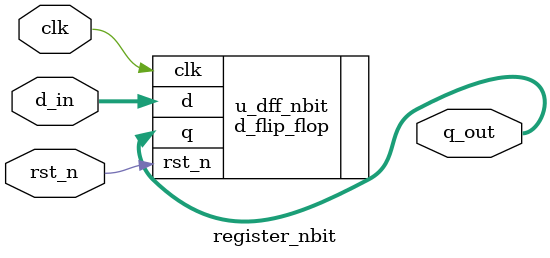
<source format=sv>

module register_nbit #(
    parameter N = 8  // Default width of the register is 8 bits
)(
    input  logic          clk,     // Clock signal
    input  logic          rst_n,   // Active-low synchronous reset
    input  logic [N-1:0]  d_in,    // N-bit input data
    output logic [N-1:0]  q_out    // N-bit output data
);

    // Instantiate the N-bit D flip-flop:  it's effectively a bank of N flip-flops, implemented as a vector
    // Clean, scalable, used in real RTL design
    d_flip_flop #(.WIDTH(N)) u_dff_nbit (
        .clk(clk),
        .rst_n(rst_n),
        .d(d_in),
        .q(q_out)
    );

    /*
    // Manual N Instances using generate block
    genvar i;
    generate
        for (i = 0; i < N; i++) begin : gen_dffs
            d_flip_flop #(.WIDTH(1)) u_dff (
                .clk(clk),
                .rst_n(rst_n),
                .d(d_in[i]),
                .q(q_out[i])
            );
        end
    endgenerate
    */

endmodule

</source>
